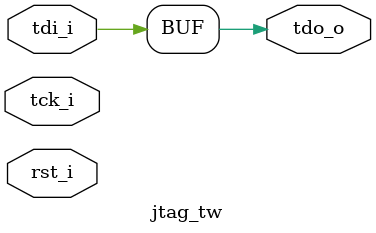
<source format=sv>
module jtag_tw (
		input logic tck_i,
		input logic tdi_i,
		output logic tdo_o,
		input logic rst_i
		);

    assign tdo_o = tdi_i;

endmodule

</source>
